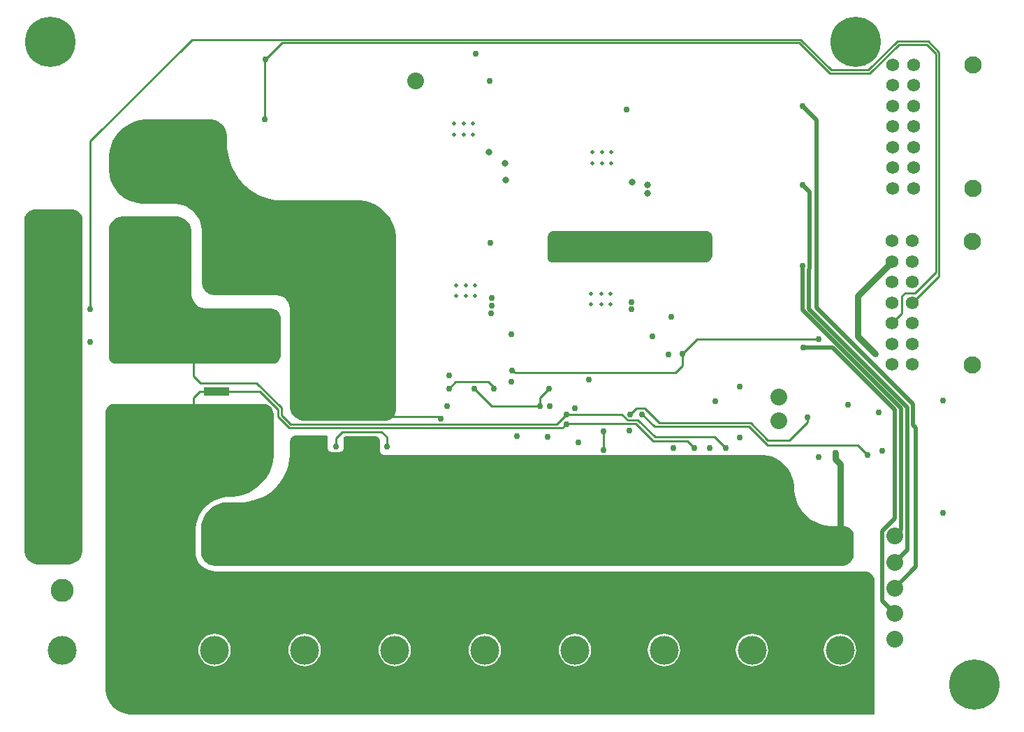
<source format=gbl>
G04*
G04 #@! TF.GenerationSoftware,Altium Limited,Altium Designer,19.1.7 (138)*
G04*
G04 Layer_Physical_Order=4*
G04 Layer_Color=16711680*
%FSLAX25Y25*%
%MOIN*%
G70*
G01*
G75*
%ADD14C,0.01000*%
%ADD20C,0.03000*%
%ADD92C,0.04000*%
%ADD94C,0.02000*%
%ADD96C,0.37402*%
%ADD97C,0.13780*%
%ADD98C,0.11024*%
%ADD99C,0.08000*%
%ADD100C,0.06142*%
%ADD101C,0.08268*%
%ADD102C,0.24016*%
%ADD103C,0.02000*%
%ADD104C,0.03000*%
%ADD105C,0.03200*%
%ADD122R,0.03937X0.03937*%
G36*
X88555Y344026D02*
X89440Y343660D01*
X90237Y343127D01*
X90914Y342450D01*
X91446Y341653D01*
X91813Y340768D01*
X92000Y339828D01*
X92000Y339349D01*
X92000Y339349D01*
X92000Y181750D01*
X92000Y181070D01*
X91735Y179736D01*
X91214Y178479D01*
X90459Y177348D01*
X89497Y176387D01*
X88366Y175631D01*
X87109Y175111D01*
X85775Y174845D01*
X85095Y174845D01*
X70766Y174845D01*
X70124D01*
X68865Y175096D01*
X67679Y175587D01*
X66612Y176300D01*
X65705Y177207D01*
X64991Y178275D01*
X64500Y179460D01*
X64250Y180719D01*
Y181361D01*
Y181361D01*
Y339198D01*
X64250Y339692D01*
X64443Y340661D01*
X64821Y341574D01*
X65370Y342395D01*
X66068Y343094D01*
X66890Y343642D01*
X67802Y344021D01*
X68771Y344213D01*
X69265Y344213D01*
X69265Y344213D01*
X87136D01*
X87615Y344213D01*
X88555Y344026D01*
D02*
G37*
G36*
X138688Y340712D02*
X140053Y340146D01*
X141281Y339326D01*
X142326Y338281D01*
X143146Y337053D01*
X143712Y335688D01*
X144000Y334239D01*
X144000Y333500D01*
X144000Y333500D01*
Y304000D01*
X144034Y303314D01*
X144301Y301968D01*
X144826Y300700D01*
X145589Y299559D01*
X146559Y298589D01*
X147700Y297827D01*
X148968Y297301D01*
X150314Y297034D01*
X151000Y297000D01*
X151000D01*
X182000Y297000D01*
X182443Y297000D01*
X183313Y296827D01*
X184132Y296488D01*
X184869Y295995D01*
X185495Y295369D01*
X185988Y294632D01*
X186327Y293813D01*
X186500Y292943D01*
X186500Y292500D01*
X186500Y292500D01*
X186500Y274403D01*
X186500Y274040D01*
X186358Y273329D01*
X186081Y272659D01*
X185678Y272056D01*
X185165Y271543D01*
X184562Y271140D01*
X183892Y270862D01*
X183180Y270720D01*
X182817Y270721D01*
X107780D01*
X107457Y270721D01*
X106823Y270847D01*
X106226Y271094D01*
X105689Y271453D01*
X105232Y271909D01*
X104873Y272447D01*
X104626Y273043D01*
X104500Y273677D01*
X104500Y274000D01*
X104500Y274000D01*
Y334000D01*
X104500Y334689D01*
X104769Y336042D01*
X105297Y337316D01*
X106063Y338462D01*
X107038Y339437D01*
X108184Y340203D01*
X109458Y340731D01*
X110810Y341000D01*
X111500Y341000D01*
X111500Y341000D01*
X136500Y341000D01*
X137239Y341000D01*
X138688Y340712D01*
D02*
G37*
G36*
X390375Y333885D02*
X390921Y333659D01*
X391412Y333330D01*
X391830Y332912D01*
X392159Y332421D01*
X392385Y331875D01*
X392500Y331295D01*
X392500Y331000D01*
X392500Y331000D01*
X392500Y322500D01*
X392500Y322155D01*
X392366Y321479D01*
X392102Y320842D01*
X391719Y320269D01*
X391231Y319781D01*
X390658Y319398D01*
X390021Y319134D01*
X389345Y319000D01*
X389000Y319000D01*
X389000D01*
X316500Y319000D01*
X316003D01*
X315084Y319381D01*
X314381Y320084D01*
X314000Y321003D01*
X314000Y321500D01*
X314000D01*
X314000Y331000D01*
X314000Y331295D01*
X314115Y331875D01*
X314341Y332421D01*
X314670Y332912D01*
X315088Y333330D01*
X315579Y333659D01*
X316125Y333885D01*
X316705Y334000D01*
X317000Y334000D01*
X317000Y334000D01*
X389500Y334000D01*
X389795Y334000D01*
X390375Y333885D01*
D02*
G37*
G36*
X178000Y251500D02*
X178523Y251500D01*
X179550Y251296D01*
X180516Y250895D01*
X181386Y250314D01*
X182126Y249574D01*
X182708Y248704D01*
X183108Y247737D01*
X183312Y246711D01*
X183312Y246187D01*
X183312D01*
X183313Y228203D01*
X183313Y226815D01*
X182950Y224063D01*
X182232Y221382D01*
X181170Y218818D01*
X179782Y216414D01*
X178092Y214212D01*
X176129Y212249D01*
X173927Y210559D01*
X171524Y209171D01*
X168959Y208109D01*
X166278Y207391D01*
X163526Y207029D01*
X162138Y207029D01*
X162138Y207029D01*
X162138Y207029D01*
X161083Y206994D01*
X158990Y206718D01*
X156951Y206172D01*
X155000Y205364D01*
X153172Y204309D01*
X151497Y203024D01*
X150005Y201531D01*
X148720Y199856D01*
X147664Y198028D01*
X146856Y196078D01*
X146310Y194039D01*
X146035Y191946D01*
X146000Y190890D01*
Y180600D01*
X146044Y179711D01*
X146391Y177967D01*
X147071Y176324D01*
X148059Y174845D01*
X149317Y173588D01*
X150795Y172600D01*
X152438Y171919D01*
X154183Y171572D01*
X155072Y171529D01*
X464971Y171528D01*
X465467Y171529D01*
X466438Y171335D01*
X467353Y170956D01*
X468177Y170406D01*
X468877Y169705D01*
X469428Y168882D01*
X469807Y167967D01*
X470000Y166995D01*
X470000Y166500D01*
X470000Y166500D01*
X470000Y166500D01*
Y103029D01*
X115471Y103029D01*
X114654Y103029D01*
X113033Y103242D01*
X111454Y103665D01*
X109944Y104291D01*
X108528Y105108D01*
X107231Y106103D01*
X106075Y107259D01*
X105079Y108556D01*
X104262Y109972D01*
X103637Y111483D01*
X103213Y113062D01*
X103000Y114683D01*
X103000Y115500D01*
X103000Y115500D01*
Y247500D01*
Y247894D01*
X103154Y248667D01*
X103455Y249395D01*
X103893Y250050D01*
X104450Y250607D01*
X105105Y251045D01*
X105833Y251346D01*
X106606Y251500D01*
X107000Y251500D01*
X107000Y251500D01*
X178000Y251500D01*
D02*
G37*
G36*
X155150Y386933D02*
X156653Y386310D01*
X158006Y385406D01*
X159156Y384256D01*
X160060Y382903D01*
X160683Y381400D01*
X161000Y379804D01*
X161000Y378991D01*
X161000Y378991D01*
X161000Y375500D01*
X161032Y374177D01*
X161292Y371543D01*
X161808Y368947D01*
X162576Y366415D01*
X163589Y363969D01*
X164837Y361635D01*
X166307Y359435D01*
X167986Y357389D01*
X169858Y355518D01*
X171903Y353839D01*
X174104Y352368D01*
X176438Y351121D01*
X178883Y350108D01*
X181416Y349340D01*
X184011Y348823D01*
X186645Y348564D01*
X187969Y348532D01*
X187969D01*
X223468Y348532D01*
X224650Y348532D01*
X226994Y348223D01*
X229277Y347611D01*
X231461Y346707D01*
X233508Y345525D01*
X235383Y344086D01*
X237055Y342415D01*
X238494Y340539D01*
X239675Y338492D01*
X240580Y336309D01*
X241192Y334025D01*
X241500Y331682D01*
X241500Y330500D01*
X241500Y330500D01*
X241500Y248512D01*
X241500Y248018D01*
X241307Y247050D01*
X240930Y246138D01*
X240381Y245317D01*
X239683Y244619D01*
X238862Y244070D01*
X237950Y243692D01*
X236982Y243500D01*
X236488Y243500D01*
X197687D01*
X197029Y243500D01*
X195737Y243757D01*
X194520Y244261D01*
X193424Y244993D01*
X192493Y245924D01*
X191761Y247020D01*
X191257Y248237D01*
X191000Y249529D01*
X191000Y250187D01*
Y250187D01*
X191000Y296500D01*
X190967Y297180D01*
X190701Y298515D01*
X190181Y299772D01*
X189425Y300904D01*
X188463Y301866D01*
X187331Y302622D01*
X186074Y303142D01*
X184739Y303408D01*
X184059Y303441D01*
X184059Y303441D01*
X155234Y303441D01*
X154620Y303441D01*
X153416Y303680D01*
X152281Y304150D01*
X151260Y304833D01*
X150392Y305701D01*
X149709Y306722D01*
X149240Y307857D01*
X149000Y309061D01*
X149000Y309675D01*
Y309675D01*
X149000Y333683D01*
X148971Y334554D01*
X148744Y336281D01*
X148293Y337963D01*
X147627Y339573D01*
X146756Y341081D01*
X145695Y342463D01*
X144464Y343695D01*
X143082Y344755D01*
X141573Y345626D01*
X139964Y346293D01*
X138281Y346744D01*
X136554Y346971D01*
X135683Y347000D01*
X135683Y347000D01*
X121499Y347000D01*
X120385Y347000D01*
X118176Y347291D01*
X116023Y347868D01*
X113964Y348721D01*
X112035Y349835D01*
X110267Y351192D01*
X108691Y352768D01*
X107334Y354536D01*
X106220Y356466D01*
X105368Y358524D01*
X104791Y360677D01*
X104500Y362886D01*
Y364001D01*
X104500D01*
X104500Y368750D01*
X104500Y369963D01*
X104816Y372367D01*
X105444Y374709D01*
X106372Y376950D01*
X107585Y379050D01*
X109061Y380974D01*
X110776Y382689D01*
X112700Y384165D01*
X114800Y385378D01*
X117041Y386306D01*
X119383Y386933D01*
X121787Y387250D01*
X123000D01*
X123000Y387250D01*
X152741Y387250D01*
X153554Y387250D01*
X155150Y386933D01*
D02*
G37*
G36*
X208622Y236240D02*
X208867Y235994D01*
X209000Y235673D01*
X209000Y235500D01*
X209000Y235500D01*
Y230500D01*
X209038Y230110D01*
X209337Y229389D01*
X209889Y228837D01*
X210610Y228538D01*
X211000Y228500D01*
X211000Y228500D01*
X214500Y228500D01*
X214890Y228538D01*
X215611Y228837D01*
X216163Y229389D01*
X216461Y230110D01*
X216500Y230500D01*
X216500Y230500D01*
Y235000D01*
Y235199D01*
X216652Y235566D01*
X216933Y235847D01*
X217301Y236000D01*
X217500Y236000D01*
X217500Y236000D01*
X231500Y236000D01*
X231975Y236000D01*
X232854Y235636D01*
X233526Y234964D01*
X233890Y234085D01*
X233890Y233610D01*
X233890Y233610D01*
Y229110D01*
X233930Y228698D01*
X234245Y227938D01*
X234827Y227356D01*
X235588Y227041D01*
X236000Y227000D01*
X236000D01*
X416000Y227000D01*
X417016Y227000D01*
X419030Y226735D01*
X420993Y226209D01*
X422870Y225431D01*
X424630Y224415D01*
X426242Y223179D01*
X427678Y221742D01*
X428915Y220130D01*
X429931Y218370D01*
X430709Y216493D01*
X431235Y214530D01*
X431500Y212516D01*
X431500Y211500D01*
X431500Y211500D01*
X431540Y210290D01*
X431855Y207891D01*
X432482Y205553D01*
X433408Y203318D01*
X434618Y201222D01*
X436091Y199302D01*
X437802Y197591D01*
X439722Y196118D01*
X441818Y194908D01*
X444053Y193982D01*
X446391Y193356D01*
X448790Y193040D01*
X450000Y193000D01*
X450000D01*
X455500Y193000D01*
X455943D01*
X456813Y192827D01*
X457631Y192488D01*
X458369Y191995D01*
X458995Y191369D01*
X459488Y190631D01*
X459827Y189813D01*
X460000Y188943D01*
X460000Y188500D01*
X460000Y188500D01*
X460000Y179500D01*
Y178958D01*
X459789Y177896D01*
X459374Y176895D01*
X458772Y175994D01*
X458006Y175228D01*
X457105Y174626D01*
X456104Y174211D01*
X455042Y174000D01*
X155500D01*
X154811Y174000D01*
X153458Y174269D01*
X152184Y174797D01*
X151038Y175563D01*
X150063Y176538D01*
X149297Y177684D01*
X148769Y178958D01*
X148500Y180310D01*
X148500Y181000D01*
Y181000D01*
X148500Y191439D01*
Y192295D01*
X148723Y193993D01*
X149167Y195647D01*
X149822Y197228D01*
X150678Y198711D01*
X151720Y200069D01*
X152931Y201280D01*
X154289Y202322D01*
X155772Y203178D01*
X157353Y203833D01*
X159007Y204276D01*
X160705Y204500D01*
X161561D01*
X161561Y204500D01*
X167500Y204500D01*
X168653Y204528D01*
X170948Y204754D01*
X173210Y205204D01*
X175417Y205874D01*
X177548Y206756D01*
X179581Y207843D01*
X181499Y209125D01*
X183282Y210588D01*
X184912Y212218D01*
X186375Y214001D01*
X187657Y215919D01*
X188744Y217952D01*
X189626Y220083D01*
X190296Y222290D01*
X190746Y224552D01*
X190972Y226847D01*
X191000Y228000D01*
X191000Y228000D01*
Y233361D01*
Y233657D01*
X191116Y234239D01*
X191343Y234787D01*
X191672Y235281D01*
X192092Y235700D01*
X192585Y236030D01*
X193133Y236257D01*
X193715Y236373D01*
X194012Y236373D01*
X194012Y236373D01*
X208127Y236373D01*
X208301D01*
X208622Y236240D01*
D02*
G37*
%LPC*%
G36*
X85095Y174845D02*
X85095D01*
D01*
X85095D01*
D02*
G37*
G36*
X453500Y141585D02*
X451993Y141437D01*
X450543Y140997D01*
X449207Y140283D01*
X448036Y139322D01*
X447075Y138151D01*
X446361Y136815D01*
X445922Y135366D01*
X445773Y133858D01*
X445922Y132351D01*
X446361Y130901D01*
X447075Y129565D01*
X448036Y128394D01*
X449207Y127434D01*
X450543Y126719D01*
X451993Y126280D01*
X453500Y126131D01*
X455008Y126280D01*
X456457Y126719D01*
X457793Y127434D01*
X458964Y128394D01*
X459925Y129565D01*
X460639Y130901D01*
X461079Y132351D01*
X461227Y133858D01*
X461079Y135366D01*
X460639Y136815D01*
X459925Y138151D01*
X458964Y139322D01*
X457793Y140283D01*
X456457Y140997D01*
X455008Y141437D01*
X453500Y141585D01*
D02*
G37*
G36*
X411500D02*
X409993Y141437D01*
X408543Y140997D01*
X407207Y140283D01*
X406036Y139322D01*
X405075Y138151D01*
X404361Y136815D01*
X403922Y135366D01*
X403773Y133858D01*
X403922Y132351D01*
X404361Y130901D01*
X405075Y129565D01*
X406036Y128394D01*
X407207Y127434D01*
X408543Y126719D01*
X409993Y126280D01*
X411500Y126131D01*
X413007Y126280D01*
X414457Y126719D01*
X415793Y127434D01*
X416964Y128394D01*
X417925Y129565D01*
X418639Y130901D01*
X419078Y132351D01*
X419227Y133858D01*
X419078Y135366D01*
X418639Y136815D01*
X417925Y138151D01*
X416964Y139322D01*
X415793Y140283D01*
X414457Y140997D01*
X413007Y141437D01*
X411500Y141585D01*
D02*
G37*
G36*
X369500D02*
X367992Y141437D01*
X366543Y140997D01*
X365207Y140283D01*
X364036Y139322D01*
X363075Y138151D01*
X362361Y136815D01*
X361922Y135366D01*
X361773Y133858D01*
X361922Y132351D01*
X362361Y130901D01*
X363075Y129565D01*
X364036Y128394D01*
X365207Y127434D01*
X366543Y126719D01*
X367992Y126280D01*
X369500Y126131D01*
X371007Y126280D01*
X372457Y126719D01*
X373793Y127434D01*
X374964Y128394D01*
X375925Y129565D01*
X376639Y130901D01*
X377079Y132351D01*
X377227Y133858D01*
X377079Y135366D01*
X376639Y136815D01*
X375925Y138151D01*
X374964Y139322D01*
X373793Y140283D01*
X372457Y140997D01*
X371007Y141437D01*
X369500Y141585D01*
D02*
G37*
G36*
X327000D02*
X325493Y141437D01*
X324043Y140997D01*
X322707Y140283D01*
X321536Y139322D01*
X320575Y138151D01*
X319861Y136815D01*
X319422Y135366D01*
X319273Y133858D01*
X319422Y132351D01*
X319861Y130901D01*
X320575Y129565D01*
X321536Y128394D01*
X322707Y127434D01*
X324043Y126719D01*
X325493Y126280D01*
X327000Y126131D01*
X328507Y126280D01*
X329957Y126719D01*
X331293Y127434D01*
X332464Y128394D01*
X333425Y129565D01*
X334139Y130901D01*
X334578Y132351D01*
X334727Y133858D01*
X334578Y135366D01*
X334139Y136815D01*
X333425Y138151D01*
X332464Y139322D01*
X331293Y140283D01*
X329957Y140997D01*
X328507Y141437D01*
X327000Y141585D01*
D02*
G37*
G36*
X284000D02*
X282492Y141437D01*
X281043Y140997D01*
X279707Y140283D01*
X278536Y139322D01*
X277575Y138151D01*
X276861Y136815D01*
X276421Y135366D01*
X276273Y133858D01*
X276421Y132351D01*
X276861Y130901D01*
X277575Y129565D01*
X278536Y128394D01*
X279707Y127434D01*
X281043Y126719D01*
X282492Y126280D01*
X284000Y126131D01*
X285507Y126280D01*
X286957Y126719D01*
X288293Y127434D01*
X289464Y128394D01*
X290425Y129565D01*
X291139Y130901D01*
X291579Y132351D01*
X291727Y133858D01*
X291579Y135366D01*
X291139Y136815D01*
X290425Y138151D01*
X289464Y139322D01*
X288293Y140283D01*
X286957Y140997D01*
X285507Y141437D01*
X284000Y141585D01*
D02*
G37*
G36*
X241000D02*
X239493Y141437D01*
X238043Y140997D01*
X236707Y140283D01*
X235536Y139322D01*
X234575Y138151D01*
X233861Y136815D01*
X233421Y135366D01*
X233273Y133858D01*
X233421Y132351D01*
X233861Y130901D01*
X234575Y129565D01*
X235536Y128394D01*
X236707Y127434D01*
X238043Y126719D01*
X239493Y126280D01*
X241000Y126131D01*
X242508Y126280D01*
X243957Y126719D01*
X245293Y127434D01*
X246464Y128394D01*
X247425Y129565D01*
X248139Y130901D01*
X248579Y132351D01*
X248727Y133858D01*
X248579Y135366D01*
X248139Y136815D01*
X247425Y138151D01*
X246464Y139322D01*
X245293Y140283D01*
X243957Y140997D01*
X242508Y141437D01*
X241000Y141585D01*
D02*
G37*
G36*
X198000D02*
X196493Y141437D01*
X195043Y140997D01*
X193707Y140283D01*
X192536Y139322D01*
X191575Y138151D01*
X190861Y136815D01*
X190421Y135366D01*
X190273Y133858D01*
X190421Y132351D01*
X190861Y130901D01*
X191575Y129565D01*
X192536Y128394D01*
X193707Y127434D01*
X195043Y126719D01*
X196493Y126280D01*
X198000Y126131D01*
X199507Y126280D01*
X200957Y126719D01*
X202293Y127434D01*
X203464Y128394D01*
X204425Y129565D01*
X205139Y130901D01*
X205578Y132351D01*
X205727Y133858D01*
X205578Y135366D01*
X205139Y136815D01*
X204425Y138151D01*
X203464Y139322D01*
X202293Y140283D01*
X200957Y140997D01*
X199507Y141437D01*
X198000Y141585D01*
D02*
G37*
G36*
X155000D02*
X153492Y141437D01*
X152043Y140997D01*
X150707Y140283D01*
X149536Y139322D01*
X148575Y138151D01*
X147861Y136815D01*
X147422Y135366D01*
X147273Y133858D01*
X147422Y132351D01*
X147861Y130901D01*
X148575Y129565D01*
X149536Y128394D01*
X150707Y127434D01*
X152043Y126719D01*
X153492Y126280D01*
X155000Y126131D01*
X156508Y126280D01*
X157957Y126719D01*
X159293Y127434D01*
X160464Y128394D01*
X161425Y129565D01*
X162139Y130901D01*
X162578Y132351D01*
X162727Y133858D01*
X162578Y135366D01*
X162139Y136815D01*
X161425Y138151D01*
X160464Y139322D01*
X159293Y140283D01*
X157957Y140997D01*
X156508Y141437D01*
X155000Y141585D01*
D02*
G37*
%LPD*%
D14*
X179057Y387247D02*
Y415805D01*
X179342Y416090D01*
X187152Y423900D01*
X434100D01*
X448658Y409342D01*
X434763Y425500D02*
X449321Y410942D01*
X144250Y425500D02*
X434763D01*
X95750Y377000D02*
X144250Y425500D01*
X461826Y231800D02*
X466614Y227012D01*
X450090Y231800D02*
X461826D01*
X450040Y231750D02*
X450090Y231800D01*
X418914Y231750D02*
X450040D01*
X95750Y296831D02*
Y377000D01*
X449321Y410942D02*
X467065D01*
X448658Y409342D02*
X467727D01*
X481535Y423150D01*
X467065Y410942D02*
X480872Y424750D01*
X481535Y423150D02*
X494837D01*
X499150Y418837D01*
Y314400D02*
Y418837D01*
X489250Y304500D02*
X499150Y314400D01*
X484500Y304500D02*
X489250D01*
X483000Y303000D02*
X484500Y304500D01*
X483000Y294669D02*
Y303000D01*
X478213Y289882D02*
X483000Y294669D01*
X495500Y424750D02*
X500750Y419500D01*
X480872Y424750D02*
X495500D01*
X500750Y312419D02*
Y419500D01*
X488055Y299724D02*
X500750Y312419D01*
X385200Y282250D02*
X443250D01*
X378292Y275342D02*
X385200Y282250D01*
X429113Y234113D02*
X437802Y242802D01*
X419101Y234113D02*
X429113D01*
X410781Y242433D02*
X419101Y234113D01*
X298586Y266250D02*
X375000D01*
X297336Y267500D02*
X298586Y266250D01*
X297000Y267500D02*
X297336D01*
X375000Y266250D02*
X378292Y269542D01*
Y275342D01*
X278883Y258750D02*
X287304Y250328D01*
X310281D01*
Y254257D01*
X314774Y258750D01*
X323067Y246500D02*
X349397D01*
X352191Y243706D01*
X360295Y249306D02*
X367168Y242433D01*
X356151Y249306D02*
X360295D01*
X352191Y243706D02*
X356954D01*
X356009Y242106D02*
X364365Y233750D01*
X323121Y242106D02*
X356009D01*
X353351Y246506D02*
X356151Y249306D01*
X359095Y246506D02*
X364968Y240633D01*
X356954Y243706D02*
X365110Y235550D01*
X367168Y242433D02*
X410781D01*
X365110Y235550D02*
X393673D01*
X364365Y233750D02*
X380473D01*
X266809Y258750D02*
X270066Y262007D01*
X285500D01*
X288233Y259274D01*
Y258750D02*
Y259274D01*
X261890Y245500D02*
X262914Y244477D01*
X236143Y245500D02*
X261890D01*
X191369Y241677D02*
X318244D01*
X190623Y239877D02*
X320892D01*
X318244Y241677D02*
X323067Y246500D01*
X320892Y239877D02*
X322791Y241776D01*
X323121Y242106D01*
X340693Y229557D02*
X340750Y229500D01*
X340693Y229557D02*
Y238357D01*
X410031Y240633D02*
X418914Y231750D01*
X364968Y240633D02*
X410031D01*
X475890Y311360D02*
X477350Y309900D01*
X185182Y245318D02*
X190623Y239877D01*
X187016Y246030D02*
X191369Y241677D01*
X437802Y242802D02*
Y245177D01*
X148356Y261500D02*
X175046D01*
X145000Y264856D02*
X148356Y261500D01*
X145000Y264856D02*
Y273677D01*
X175046Y261500D02*
X187016Y249530D01*
X145000Y248264D02*
Y254436D01*
X148064Y257500D01*
X151856D01*
Y246012D02*
X152000D01*
X159856Y257500D02*
X176500D01*
X187016Y246030D02*
Y249530D01*
X176500Y257500D02*
X185182Y248818D01*
Y245318D02*
Y248818D01*
X393673Y235550D02*
X398973Y230250D01*
X380473Y233750D02*
X383973Y230250D01*
X237127Y231070D02*
Y235579D01*
X234648Y238059D02*
X237127Y235579D01*
X215887Y238059D02*
X234648D01*
X212910Y235082D02*
X215887Y238059D01*
X212910Y231137D02*
Y235082D01*
D20*
X451250Y224864D02*
Y228000D01*
Y224864D02*
X453500Y222614D01*
Y184252D02*
Y222614D01*
X461876Y283717D02*
X470250Y275342D01*
X461876Y283717D02*
Y303073D01*
X478213Y319409D01*
D92*
X151856Y257500D02*
X159856D01*
D94*
X442322Y297428D02*
X488350Y251400D01*
Y241400D02*
Y251400D01*
X442322Y297428D02*
Y387013D01*
X435500Y296250D02*
X482500Y249250D01*
X438750Y296750D02*
X485750Y249750D01*
X482500Y191500D02*
Y249250D01*
X438750Y296750D02*
Y315833D01*
X435500Y296250D02*
Y317250D01*
X485750Y181861D02*
Y249750D01*
X479500Y196854D02*
Y248573D01*
X449823Y278250D02*
X479500Y248573D01*
X436091Y278250D02*
X449823D01*
X473500Y190854D02*
X479500Y196854D01*
Y188500D02*
X482500Y191500D01*
X473500Y157500D02*
Y190854D01*
Y157500D02*
X479500Y151500D01*
X435500Y356000D02*
X438800Y352700D01*
Y315883D02*
Y352700D01*
X438750Y315833D02*
X438800Y315883D01*
X435500Y393834D02*
X442322Y387013D01*
X488350Y241400D02*
X489750Y240000D01*
Y173750D02*
Y240000D01*
X479500Y163500D02*
X489750Y173750D01*
X479500Y175611D02*
X485750Y181861D01*
D96*
X125000Y322250D02*
D03*
Y366250D02*
D03*
D97*
X82250Y133750D02*
D03*
X198000Y133858D02*
D03*
X155000D02*
D03*
X284000D02*
D03*
X241000D02*
D03*
X369500D02*
D03*
X327000D02*
D03*
X453500D02*
D03*
X411500D02*
D03*
D98*
X82250Y184144D02*
D03*
Y162490D02*
D03*
X198000Y162598D02*
D03*
Y184252D02*
D03*
X155000Y162598D02*
D03*
Y184252D02*
D03*
X284000Y162598D02*
D03*
Y184252D02*
D03*
X241000Y162598D02*
D03*
Y184252D02*
D03*
X369500Y162598D02*
D03*
Y184252D02*
D03*
X327000Y162598D02*
D03*
Y184252D02*
D03*
X453500Y162598D02*
D03*
Y184252D02*
D03*
X411500Y162598D02*
D03*
Y184252D02*
D03*
D99*
X424250Y243378D02*
D03*
Y254750D02*
D03*
X479500Y175611D02*
D03*
X250850Y405750D02*
D03*
X118500Y153500D02*
D03*
X479500Y139000D02*
D03*
X118500Y142000D02*
D03*
X479500Y188500D02*
D03*
Y163500D02*
D03*
Y151500D02*
D03*
D100*
X478213Y329252D02*
D03*
Y319409D02*
D03*
Y309567D02*
D03*
Y299724D02*
D03*
Y289882D02*
D03*
Y280039D02*
D03*
Y270197D02*
D03*
X488055Y329252D02*
D03*
Y319409D02*
D03*
Y309567D02*
D03*
Y299724D02*
D03*
Y289882D02*
D03*
Y280039D02*
D03*
Y270197D02*
D03*
X478657Y413519D02*
D03*
Y403677D02*
D03*
Y393834D02*
D03*
Y383992D02*
D03*
Y374149D02*
D03*
Y364307D02*
D03*
Y354464D02*
D03*
X488500Y413519D02*
D03*
Y403677D02*
D03*
Y393834D02*
D03*
Y383992D02*
D03*
Y374149D02*
D03*
Y364307D02*
D03*
Y354464D02*
D03*
D101*
X516500Y270000D02*
D03*
Y328957D02*
D03*
X516945Y354268D02*
D03*
Y413224D02*
D03*
D102*
X461000Y424250D02*
D03*
X76500D02*
D03*
X517750Y117500D02*
D03*
X117500D02*
D03*
D103*
X274894Y302941D02*
D03*
X270170D02*
D03*
X274894Y308059D02*
D03*
X279225D02*
D03*
X279225Y302941D02*
D03*
X270170Y308059D02*
D03*
X269338Y385309D02*
D03*
X278393Y380191D02*
D03*
X278393Y385309D02*
D03*
X274063D02*
D03*
X269338Y380191D02*
D03*
X274063D02*
D03*
X340000Y366441D02*
D03*
X335276D02*
D03*
X340000Y371559D02*
D03*
X344331D02*
D03*
X344331Y366441D02*
D03*
X335276Y371559D02*
D03*
X334776Y304059D02*
D03*
X343831Y298941D02*
D03*
X343831Y304059D02*
D03*
X334776Y298941D02*
D03*
X339500D02*
D03*
Y304059D02*
D03*
D104*
X451250Y228000D02*
D03*
X470250Y275342D02*
D03*
X443250Y282250D02*
D03*
X436091Y278250D02*
D03*
X435500Y393834D02*
D03*
Y356000D02*
D03*
Y317250D02*
D03*
X89767Y220250D02*
D03*
X279774Y418750D02*
D03*
X179057Y387247D02*
D03*
X179342Y416090D02*
D03*
X95750Y281000D02*
D03*
X86318Y315988D02*
D03*
X95750Y296831D02*
D03*
X296738Y284622D02*
D03*
X287000Y294639D02*
D03*
X287116Y298254D02*
D03*
Y301911D02*
D03*
X286547Y328500D02*
D03*
X353016Y238694D02*
D03*
X297000Y267500D02*
D03*
X378292Y275342D02*
D03*
X314774Y258750D02*
D03*
X333469Y263086D02*
D03*
X327050Y249500D02*
D03*
X371534Y275153D02*
D03*
X353351Y246506D02*
D03*
X359095D02*
D03*
X266809Y258750D02*
D03*
X288233D02*
D03*
X266809Y265157D02*
D03*
X262914Y244477D02*
D03*
X296632Y262007D02*
D03*
X278883Y258750D02*
D03*
X315089Y250328D02*
D03*
X310281D02*
D03*
X322791Y241776D02*
D03*
X323067Y246500D02*
D03*
X313939Y235818D02*
D03*
X299200Y235924D02*
D03*
X328507Y232872D02*
D03*
X340750Y229500D02*
D03*
X351565Y392001D02*
D03*
X286149Y405750D02*
D03*
X340693Y238357D02*
D03*
X373851Y230250D02*
D03*
X198143Y245395D02*
D03*
X202643Y245407D02*
D03*
X207143D02*
D03*
X211643Y245395D02*
D03*
X236143Y245500D02*
D03*
X231643Y245512D02*
D03*
X227143D02*
D03*
X222643Y245500D02*
D03*
X398973Y230250D02*
D03*
X383973D02*
D03*
X391351D02*
D03*
X364000Y283592D02*
D03*
X354000Y296828D02*
D03*
Y299898D02*
D03*
X373000Y293000D02*
D03*
X389675Y331699D02*
D03*
Y327108D02*
D03*
Y322565D02*
D03*
X385282Y331699D02*
D03*
Y327108D02*
D03*
Y322565D02*
D03*
X317107Y321956D02*
D03*
Y326500D02*
D03*
Y331091D02*
D03*
X321500Y321956D02*
D03*
Y326500D02*
D03*
Y331091D02*
D03*
X266000Y250328D02*
D03*
X457222Y251000D02*
D03*
X472000Y247500D02*
D03*
X437802Y245177D02*
D03*
X466614Y227012D02*
D03*
X473500Y229000D02*
D03*
X443386Y226114D02*
D03*
X502500Y253000D02*
D03*
Y199500D02*
D03*
X405616Y259750D02*
D03*
Y235494D02*
D03*
X393851Y252703D02*
D03*
X222500Y231070D02*
D03*
X218500Y231000D02*
D03*
X212910Y231137D02*
D03*
X237127Y231070D02*
D03*
X197860Y231012D02*
D03*
X193360Y231000D02*
D03*
X202360Y231012D02*
D03*
X206860Y231000D02*
D03*
X198143Y223433D02*
D03*
X202643D02*
D03*
X193643Y223421D02*
D03*
X207143D02*
D03*
X231643Y223526D02*
D03*
X218143D02*
D03*
X227143Y223538D02*
D03*
X222643D02*
D03*
X231360Y231105D02*
D03*
X226860Y231117D02*
D03*
X198143Y227012D02*
D03*
X202643D02*
D03*
X193643Y227000D02*
D03*
X207143D02*
D03*
X231643Y227105D02*
D03*
X218143D02*
D03*
X227143Y227117D02*
D03*
X222643D02*
D03*
X227000Y253512D02*
D03*
X222500Y249488D02*
D03*
X227000Y249500D02*
D03*
X231500D02*
D03*
Y253512D02*
D03*
X222500Y253500D02*
D03*
X236000D02*
D03*
Y249488D02*
D03*
X211500Y249383D02*
D03*
Y253395D02*
D03*
X198000D02*
D03*
X207000Y253407D02*
D03*
Y249395D02*
D03*
X202500D02*
D03*
X198000Y249383D02*
D03*
X202500Y253407D02*
D03*
X111000Y289488D02*
D03*
X120000Y289500D02*
D03*
Y285488D02*
D03*
X115500D02*
D03*
X111000Y285476D02*
D03*
X115500Y289500D02*
D03*
X120000Y280988D02*
D03*
X115500D02*
D03*
X111000Y280976D02*
D03*
X120000Y276988D02*
D03*
X115500D02*
D03*
X111000Y276976D02*
D03*
X138500Y289488D02*
D03*
X134000D02*
D03*
X129500Y289476D02*
D03*
X138500Y285476D02*
D03*
X134000D02*
D03*
X129500Y285465D02*
D03*
X138500Y280988D02*
D03*
X134000D02*
D03*
X129500Y280976D02*
D03*
X138500Y276976D02*
D03*
X134000D02*
D03*
X129500Y276965D02*
D03*
X170500Y276976D02*
D03*
X175000Y276988D02*
D03*
X179500D02*
D03*
X170500Y280988D02*
D03*
X175000Y281000D02*
D03*
X179500D02*
D03*
X170500Y285476D02*
D03*
X175000Y285488D02*
D03*
X179500D02*
D03*
X170500Y289488D02*
D03*
X175000Y289500D02*
D03*
X179500D02*
D03*
X152000Y276988D02*
D03*
X156500Y277000D02*
D03*
X161000D02*
D03*
X152000Y280988D02*
D03*
X156500Y281000D02*
D03*
X161000D02*
D03*
X156500Y289512D02*
D03*
X152000Y285488D02*
D03*
X156500Y285500D02*
D03*
X161000D02*
D03*
Y289512D02*
D03*
X152000Y289500D02*
D03*
Y246012D02*
D03*
X161000Y246024D02*
D03*
Y242012D02*
D03*
X156500D02*
D03*
X152000Y242000D02*
D03*
X156500Y246024D02*
D03*
X161000Y237512D02*
D03*
X156500D02*
D03*
X152000Y237500D02*
D03*
X161000Y233512D02*
D03*
X156500D02*
D03*
X152000Y233500D02*
D03*
X179500Y246012D02*
D03*
X175000D02*
D03*
X170500Y246000D02*
D03*
X179500Y242000D02*
D03*
X175000D02*
D03*
X170500Y241988D02*
D03*
X179500Y237512D02*
D03*
X175000D02*
D03*
X170500Y237500D02*
D03*
X179500Y233500D02*
D03*
X175000D02*
D03*
X170500Y233488D02*
D03*
X129500Y233476D02*
D03*
X134000Y233488D02*
D03*
X138500D02*
D03*
X129500Y237488D02*
D03*
X134000Y237500D02*
D03*
X138500D02*
D03*
X129500Y241976D02*
D03*
X134000Y241988D02*
D03*
X138500D02*
D03*
X129500Y245988D02*
D03*
X134000Y246000D02*
D03*
X138500D02*
D03*
X111000Y233488D02*
D03*
X115500Y233500D02*
D03*
X120000D02*
D03*
X111000Y237488D02*
D03*
X115500Y237500D02*
D03*
X120000D02*
D03*
X115500Y246012D02*
D03*
X111000Y241988D02*
D03*
X115500Y242000D02*
D03*
X120000D02*
D03*
Y246012D02*
D03*
X111000Y246000D02*
D03*
D105*
X84531Y329458D02*
D03*
X80172D02*
D03*
X75933D02*
D03*
Y333553D02*
D03*
X84531Y333553D02*
D03*
X80172Y333553D02*
D03*
X84531Y337690D02*
D03*
X80172D02*
D03*
X75933D02*
D03*
X361482Y352000D02*
D03*
X286080Y371559D02*
D03*
X293917Y358250D02*
D03*
X293542Y366441D02*
D03*
X354143Y357406D02*
D03*
X361482Y356000D02*
D03*
D122*
X159856Y257500D02*
D03*
X151856D02*
D03*
M02*

</source>
